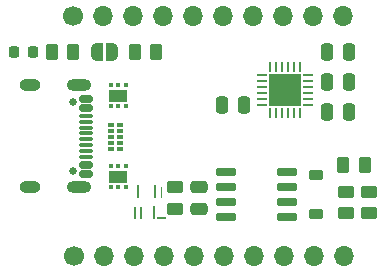
<source format=gbr>
%TF.GenerationSoftware,KiCad,Pcbnew,8.0.2*%
%TF.CreationDate,2025-03-04T21:54:34+01:00*%
%TF.ProjectId,USB-C_PD_Module,5553422d-435f-4504-945f-4d6f64756c65,rev?*%
%TF.SameCoordinates,Original*%
%TF.FileFunction,Soldermask,Top*%
%TF.FilePolarity,Negative*%
%FSLAX46Y46*%
G04 Gerber Fmt 4.6, Leading zero omitted, Abs format (unit mm)*
G04 Created by KiCad (PCBNEW 8.0.2) date 2025-03-04 21:54:34*
%MOMM*%
%LPD*%
G01*
G04 APERTURE LIST*
G04 Aperture macros list*
%AMRoundRect*
0 Rectangle with rounded corners*
0 $1 Rounding radius*
0 $2 $3 $4 $5 $6 $7 $8 $9 X,Y pos of 4 corners*
0 Add a 4 corners polygon primitive as box body*
4,1,4,$2,$3,$4,$5,$6,$7,$8,$9,$2,$3,0*
0 Add four circle primitives for the rounded corners*
1,1,$1+$1,$2,$3*
1,1,$1+$1,$4,$5*
1,1,$1+$1,$6,$7*
1,1,$1+$1,$8,$9*
0 Add four rect primitives between the rounded corners*
20,1,$1+$1,$2,$3,$4,$5,0*
20,1,$1+$1,$4,$5,$6,$7,0*
20,1,$1+$1,$6,$7,$8,$9,0*
20,1,$1+$1,$8,$9,$2,$3,0*%
%AMFreePoly0*
4,1,19,0.500000,-0.750000,0.000000,-0.750000,0.000000,-0.744911,-0.071157,-0.744911,-0.207708,-0.704816,-0.327430,-0.627875,-0.420627,-0.520320,-0.479746,-0.390866,-0.500000,-0.250000,-0.500000,0.250000,-0.479746,0.390866,-0.420627,0.520320,-0.327430,0.627875,-0.207708,0.704816,-0.071157,0.744911,0.000000,0.744911,0.000000,0.750000,0.500000,0.750000,0.500000,-0.750000,0.500000,-0.750000,
$1*%
%AMFreePoly1*
4,1,19,0.000000,0.744911,0.071157,0.744911,0.207708,0.704816,0.327430,0.627875,0.420627,0.520320,0.479746,0.390866,0.500000,0.250000,0.500000,-0.250000,0.479746,-0.390866,0.420627,-0.520320,0.327430,-0.627875,0.207708,-0.704816,0.071157,-0.744911,0.000000,-0.744911,0.000000,-0.750000,-0.500000,-0.750000,-0.500000,0.750000,0.000000,0.750000,0.000000,0.744911,0.000000,0.744911,
$1*%
G04 Aperture macros list end*
%ADD10C,0.000000*%
%ADD11RoundRect,0.250000X-0.250000X-0.475000X0.250000X-0.475000X0.250000X0.475000X-0.250000X0.475000X0*%
%ADD12C,1.700000*%
%ADD13O,1.700000X1.700000*%
%ADD14RoundRect,0.062500X-0.062500X0.337500X-0.062500X-0.337500X0.062500X-0.337500X0.062500X0.337500X0*%
%ADD15RoundRect,0.062500X-0.337500X0.062500X-0.337500X-0.062500X0.337500X-0.062500X0.337500X0.062500X0*%
%ADD16R,2.750000X2.750000*%
%ADD17C,0.650000*%
%ADD18RoundRect,0.150000X-0.425000X0.150000X-0.425000X-0.150000X0.425000X-0.150000X0.425000X0.150000X0*%
%ADD19RoundRect,0.075000X-0.500000X0.075000X-0.500000X-0.075000X0.500000X-0.075000X0.500000X0.075000X0*%
%ADD20O,2.100000X1.000000*%
%ADD21O,1.800000X1.000000*%
%ADD22FreePoly0,0.000000*%
%ADD23FreePoly1,0.000000*%
%ADD24RoundRect,0.225000X0.375000X-0.225000X0.375000X0.225000X-0.375000X0.225000X-0.375000X-0.225000X0*%
%ADD25RoundRect,0.250000X-0.262500X-0.450000X0.262500X-0.450000X0.262500X0.450000X-0.262500X0.450000X0*%
%ADD26RoundRect,0.250000X0.250000X0.475000X-0.250000X0.475000X-0.250000X-0.475000X0.250000X-0.475000X0*%
%ADD27RoundRect,0.150000X0.725000X0.150000X-0.725000X0.150000X-0.725000X-0.150000X0.725000X-0.150000X0*%
%ADD28RoundRect,0.250000X-0.450000X0.262500X-0.450000X-0.262500X0.450000X-0.262500X0.450000X0.262500X0*%
%ADD29RoundRect,0.093750X0.106250X-0.093750X0.106250X0.093750X-0.106250X0.093750X-0.106250X-0.093750X0*%
%ADD30R,1.600000X1.000000*%
%ADD31RoundRect,0.218750X-0.218750X-0.256250X0.218750X-0.256250X0.218750X0.256250X-0.218750X0.256250X0*%
%ADD32RoundRect,0.250000X0.450000X-0.262500X0.450000X0.262500X-0.450000X0.262500X-0.450000X-0.262500X0*%
%ADD33RoundRect,0.250000X0.475000X-0.250000X0.475000X0.250000X-0.475000X0.250000X-0.475000X-0.250000X0*%
%ADD34RoundRect,0.075000X-0.200000X0.075000X-0.200000X-0.075000X0.200000X-0.075000X0.200000X0.075000X0*%
%ADD35RoundRect,0.250000X0.262500X0.450000X-0.262500X0.450000X-0.262500X-0.450000X0.262500X-0.450000X0*%
%ADD36RoundRect,0.093750X-0.106250X0.093750X-0.106250X-0.093750X0.106250X-0.093750X0.106250X0.093750X0*%
G04 APERTURE END LIST*
D10*
%TO.C,G\u002A\u002A\u002A*%
G36*
X152293178Y-116023493D02*
G01*
X152293178Y-116553970D01*
X152216614Y-116553970D01*
X152140050Y-116553970D01*
X152140050Y-116023493D01*
X152140050Y-115493016D01*
X152216614Y-115493016D01*
X152293178Y-115493016D01*
X152293178Y-116023493D01*
G37*
G36*
X152555682Y-114210574D02*
G01*
X152555682Y-114741051D01*
X152477751Y-114741051D01*
X152399820Y-114741051D01*
X152399820Y-114210574D01*
X152399820Y-113680098D01*
X152477751Y-113680098D01*
X152555682Y-113680098D01*
X152555682Y-114210574D01*
G37*
G36*
X152815451Y-116023493D02*
G01*
X152815451Y-116553970D01*
X152737521Y-116553970D01*
X152659590Y-116553970D01*
X152659590Y-116023493D01*
X152659590Y-115493016D01*
X152737521Y-115493016D01*
X152815451Y-115493016D01*
X152815451Y-116023493D01*
G37*
G36*
X153914687Y-115974273D02*
G01*
X153914687Y-116504750D01*
X153838123Y-116504750D01*
X153761560Y-116504750D01*
X153761560Y-115974273D01*
X153761560Y-115443796D01*
X153838123Y-115443796D01*
X153914687Y-115443796D01*
X153914687Y-115974273D01*
G37*
G36*
X154018595Y-114209207D02*
G01*
X154018595Y-114738317D01*
X153942031Y-114738317D01*
X153865468Y-114738317D01*
X153865468Y-114209207D01*
X153865468Y-113680098D01*
X153942031Y-113680098D01*
X154018595Y-113680098D01*
X154018595Y-114209207D01*
G37*
G36*
X154543603Y-114269364D02*
G01*
X154543603Y-114738317D01*
X154467039Y-114738317D01*
X154390476Y-114738317D01*
X154390476Y-114269364D01*
X154390476Y-113800412D01*
X154467039Y-113800412D01*
X154543603Y-113800412D01*
X154543603Y-114269364D01*
G37*
G36*
X154811576Y-116424085D02*
G01*
X154811576Y-116504750D01*
X154445164Y-116504750D01*
X154078752Y-116504750D01*
X154078752Y-116424085D01*
X154078752Y-116343420D01*
X154445164Y-116343420D01*
X154811576Y-116343420D01*
X154811576Y-116424085D01*
G37*
%TD*%
D11*
%TO.C,C1*%
X168472100Y-107498401D03*
X170372100Y-107498401D03*
%TD*%
D12*
%TO.C,J3*%
X147009600Y-99370401D03*
D13*
X149549600Y-99370401D03*
X152089600Y-99370401D03*
X154629600Y-99370401D03*
X157169600Y-99370401D03*
X159709600Y-99370401D03*
X162249600Y-99370401D03*
X164789600Y-99370401D03*
X167329600Y-99370401D03*
X169869600Y-99370401D03*
%TD*%
D14*
%TO.C,U4*%
X166172100Y-103618401D03*
X165672100Y-103618401D03*
X165172100Y-103618401D03*
X164672100Y-103618401D03*
X164172100Y-103618401D03*
X163672100Y-103618401D03*
D15*
X162947100Y-104343401D03*
X162947100Y-104843401D03*
X162947100Y-105343401D03*
X162947100Y-105843401D03*
X162947100Y-106343401D03*
X162947100Y-106843401D03*
D14*
X163672100Y-107568401D03*
X164172100Y-107568401D03*
X164672100Y-107568401D03*
X165172100Y-107568401D03*
X165672100Y-107568401D03*
X166172100Y-107568401D03*
D15*
X166897100Y-106843401D03*
X166897100Y-106343401D03*
X166897100Y-105843401D03*
X166897100Y-105343401D03*
X166897100Y-104843401D03*
X166897100Y-104343401D03*
D16*
X164922100Y-105593401D03*
%TD*%
D17*
%TO.C,J1*%
X147009600Y-106640401D03*
X147009600Y-112420401D03*
D18*
X148084600Y-106330401D03*
X148084600Y-107130401D03*
D19*
X148084600Y-108280401D03*
X148084600Y-109280401D03*
X148084600Y-109780401D03*
X148084600Y-110780401D03*
D18*
X148084600Y-111930401D03*
X148084600Y-112730401D03*
X148084600Y-112730401D03*
X148084600Y-111930401D03*
D19*
X148084600Y-111280401D03*
X148084600Y-110280401D03*
X148084600Y-108780401D03*
X148084600Y-107780401D03*
D18*
X148084600Y-107130401D03*
X148084600Y-106330401D03*
D20*
X147509600Y-105210401D03*
D21*
X143329600Y-105210401D03*
D20*
X147509600Y-113850401D03*
D21*
X143329600Y-113850401D03*
%TD*%
D11*
%TO.C,C3*%
X168472100Y-104958401D03*
X170372100Y-104958401D03*
%TD*%
D22*
%TO.C,JP1*%
X149003100Y-102418401D03*
D23*
X150303100Y-102418401D03*
%TD*%
D24*
%TO.C,D1*%
X167583600Y-116133401D03*
X167583600Y-112833401D03*
%TD*%
D25*
%TO.C,R2*%
X145184600Y-102418401D03*
X147009600Y-102418401D03*
%TD*%
D26*
%TO.C,C4*%
X161482100Y-106863401D03*
X159582100Y-106863401D03*
%TD*%
D11*
%TO.C,C2*%
X168472100Y-102418401D03*
X170372100Y-102418401D03*
%TD*%
D27*
%TO.C,Q1*%
X165078600Y-116388401D03*
X165078600Y-115118401D03*
X165078600Y-113848401D03*
X165078600Y-112578401D03*
X159928600Y-112578401D03*
X159928600Y-113848401D03*
X159928600Y-115118401D03*
X159928600Y-116388401D03*
%TD*%
D28*
%TO.C,R6*%
X172028600Y-114205901D03*
X172028600Y-116030901D03*
%TD*%
D29*
%TO.C,U2*%
X150169600Y-113815901D03*
X150819600Y-113815901D03*
X151469600Y-113815901D03*
X151469600Y-112040901D03*
X150819600Y-112040901D03*
X150169600Y-112040901D03*
D30*
X150819600Y-112928401D03*
%TD*%
D31*
%TO.C,D2*%
X142007600Y-102418401D03*
X143582600Y-102418401D03*
%TD*%
D32*
%TO.C,R3*%
X155645600Y-115649901D03*
X155645600Y-113824901D03*
%TD*%
D33*
%TO.C,C5*%
X157677600Y-115687401D03*
X157677600Y-113787401D03*
%TD*%
D25*
%TO.C,R5*%
X169846100Y-111943401D03*
X171671100Y-111943401D03*
%TD*%
D34*
%TO.C,U1*%
X150184600Y-108560401D03*
X150184600Y-109060401D03*
X150184600Y-109560401D03*
X150184600Y-110060401D03*
X150184600Y-110560401D03*
X150954600Y-110560401D03*
X150954600Y-110060401D03*
X150954600Y-109560401D03*
X150954600Y-109060401D03*
X150954600Y-108560401D03*
%TD*%
D35*
%TO.C,R1*%
X154018100Y-102418401D03*
X152193100Y-102418401D03*
%TD*%
D32*
%TO.C,R4*%
X170123600Y-116030901D03*
X170123600Y-114205901D03*
%TD*%
D12*
%TO.C,J2*%
X147014600Y-119690401D03*
D13*
X149554600Y-119690401D03*
X152094600Y-119690401D03*
X154634600Y-119690401D03*
X157174600Y-119690401D03*
X159714600Y-119690401D03*
X162254600Y-119690401D03*
X164794600Y-119690401D03*
X167334600Y-119690401D03*
X169874600Y-119690401D03*
%TD*%
D36*
%TO.C,U3*%
X151469600Y-105213901D03*
X150819600Y-105213901D03*
X150169600Y-105213901D03*
X150169600Y-106988901D03*
X150819600Y-106988901D03*
X151469600Y-106988901D03*
D30*
X150819600Y-106101401D03*
%TD*%
M02*

</source>
